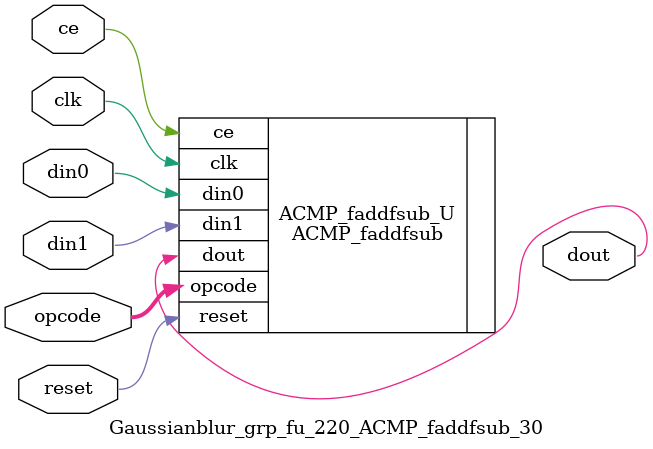
<source format=v>

`timescale 1 ns / 1 ps
module Gaussianblur_grp_fu_220_ACMP_faddfsub_30(
    clk,
    reset,
    ce,
    din0,
    din1,
    opcode,
    dout);

parameter ID = 32'd1;
parameter NUM_STAGE = 32'd1;
parameter din0_WIDTH = 32'd1;
parameter din1_WIDTH = 32'd1;
parameter dout_WIDTH = 32'd1;
input clk;
input reset;
input ce;
input[din0_WIDTH - 1:0] din0;
input[din1_WIDTH - 1:0] din1;
input[2 - 1:0] opcode;
output[dout_WIDTH - 1:0] dout;



ACMP_faddfsub #(
.ID( ID ),
.NUM_STAGE( 5 ),
.din0_WIDTH( din0_WIDTH ),
.din1_WIDTH( din1_WIDTH ),
.dout_WIDTH( dout_WIDTH ))
ACMP_faddfsub_U(
    .clk( clk ),
    .reset( reset ),
    .ce( ce ),
    .din0( din0 ),
    .din1( din1 ),
    .dout( dout ),
    .opcode( opcode ));

endmodule

</source>
